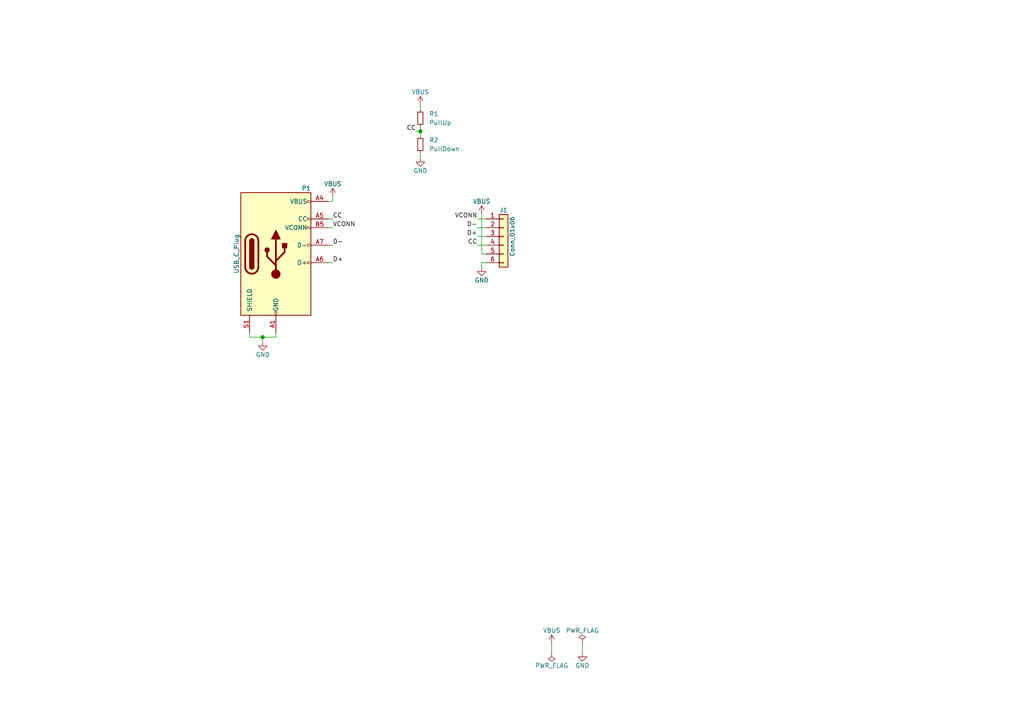
<source format=kicad_sch>
(kicad_sch (version 20200827) (generator eeschema)
  (page 1 1)
  (paper "A4")
  (lib_symbols
    (symbol "Connector:USB_C_Plug_USB2.0" (pin_names (offset 1.016))
      (property "Reference" "P" (at -10.16 19.05 0))
      (property "Value" "USB_C_Plug_USB2.0" (at 12.7 19.05 0))
      (symbol "USB_C_Plug_USB2.0_0_1"
        (arc (start -8.89 -3.81) (end -5.08 -3.81) (radius (at -6.985 -3.81) (length 1.905) (angles -179.9 -0.1)) (stroke (width 0.508)))
        (arc (start -7.62 -3.81) (end -6.35 -3.81) (radius (at -6.985 -3.81) (length 0.635) (angles -179.9 -0.1)) (stroke (width 0.254)))
        (arc (start -7.62 -3.81) (end -6.35 -3.81) (radius (at -6.985 -3.81) (length 0.635) (angles -179.9 -0.1)) (stroke (width 0.254)) (fill (type outline)))
        (arc (start -6.35 3.81) (end -7.62 3.81) (radius (at -6.985 3.81) (length 0.635) (angles 0.1 179.9)) (stroke (width 0.254)) (fill (type outline)))
        (arc (start -6.35 3.81) (end -7.62 3.81) (radius (at -6.985 3.81) (length 0.635) (angles 0.1 179.9)) (stroke (width 0.254)))
        (arc (start -5.08 3.81) (end -8.89 3.81) (radius (at -6.985 3.81) (length 1.905) (angles 0.1 179.9)) (stroke (width 0.508)))
        (circle (center -2.54 1.143) (radius 0.635) (stroke (width 0.254)) (fill (type outline)))
        (circle (center 0 -5.842) (radius 1.27) (fill (type outline)))
        (rectangle (start -10.16 17.78) (end 10.16 -17.78) (stroke (width 0.254)) (fill (type background)))
        (rectangle (start -7.62 -3.81) (end -6.35 3.81) (stroke (width 0.254)) (fill (type outline)))
        (rectangle (start 1.905 1.778) (end 3.175 3.048) (stroke (width 0.254)) (fill (type outline)))
        (polyline (pts (xy -8.89 -3.81) (xy -8.89 3.81)) (stroke (width 0.508)))
        (polyline (pts (xy -5.08 3.81) (xy -5.08 -3.81)) (stroke (width 0.508)))
        (polyline (pts (xy 0 -5.842) (xy 0 4.318)) (stroke (width 0.508)))
        (polyline (pts (xy 0 -3.302) (xy -2.54 -0.762) (xy -2.54 0.508)) (stroke (width 0.508)))
        (polyline (pts (xy 0 -2.032) (xy 2.54 0.508) (xy 2.54 1.778)) (stroke (width 0.508)))
        (polyline (pts (xy -1.27 4.318) (xy 0 6.858) (xy 1.27 4.318) (xy -1.27 4.318)) (stroke (width 0.254)) (fill (type outline)))
      )
      (symbol "USB_C_Plug_USB2.0_0_0"
        (rectangle (start -0.254 -17.78) (end 0.254 -16.764))
        (rectangle (start 10.16 -2.286) (end 9.144 -2.794))
        (rectangle (start 10.16 2.794) (end 9.144 2.286))
        (rectangle (start 10.16 7.874) (end 9.144 7.366))
        (rectangle (start 10.16 10.414) (end 9.144 9.906))
        (rectangle (start 10.16 15.494) (end 9.144 14.986))
      )
      (symbol "USB_C_Plug_USB2.0_1_1"
        (pin power_in line (at 0 -22.86 90) (length 5.08) (name "GND") (number "A1"))
        (pin passive line (at 0 -22.86 90) (length 5.08) hide (name "GND") (number "A12"))
        (pin power_in line (at 15.24 15.24 180) (length 5.08) (name "VBUS") (number "A4"))
        (pin bidirectional line (at 15.24 10.16 180) (length 5.08) (name "CC") (number "A5"))
        (pin bidirectional line (at 15.24 -2.54 180) (length 5.08) (name "D+") (number "A6"))
        (pin bidirectional line (at 15.24 2.54 180) (length 5.08) (name "D-") (number "A7"))
        (pin passive line (at 15.24 15.24 180) (length 5.08) hide (name "VBUS") (number "A9"))
        (pin passive line (at 0 -22.86 90) (length 5.08) hide (name "GND") (number "B1"))
        (pin passive line (at 0 -22.86 90) (length 5.08) hide (name "GND") (number "B12"))
        (pin passive line (at 15.24 15.24 180) (length 5.08) hide (name "VBUS") (number "B4"))
        (pin bidirectional line (at 15.24 7.62 180) (length 5.08) (name "VCONN") (number "B5"))
        (pin passive line (at 15.24 15.24 180) (length 5.08) hide (name "VBUS") (number "B9"))
        (pin passive line (at -7.62 -22.86 90) (length 5.08) (name "SHIELD") (number "S1"))
      )
    )
    (symbol "Connector_Generic:Conn_01x06" (pin_names (offset 1.016) hide)
      (property "Reference" "J" (at 0 7.62 0))
      (property "Value" "Conn_01x06" (at 0 -10.16 0))
      (symbol "Conn_01x06_1_1"
        (rectangle (start -1.27 -4.953) (end 0 -5.207) (stroke (width 0.1524)))
        (rectangle (start -1.27 -7.493) (end 0 -7.747) (stroke (width 0.1524)))
        (rectangle (start -1.27 -2.413) (end 0 -2.667) (stroke (width 0.1524)))
        (rectangle (start -1.27 2.667) (end 0 2.413) (stroke (width 0.1524)))
        (rectangle (start -1.27 5.207) (end 0 4.953) (stroke (width 0.1524)))
        (rectangle (start -1.27 6.35) (end 1.27 -8.89) (stroke (width 0.254)) (fill (type background)))
        (rectangle (start -1.27 0.127) (end 0 -0.127) (stroke (width 0.1524)))
        (pin passive line (at -5.08 5.08 0) (length 3.81) (name "Pin_1") (number "1"))
        (pin passive line (at -5.08 2.54 0) (length 3.81) (name "Pin_2") (number "2"))
        (pin passive line (at -5.08 0 0) (length 3.81) (name "Pin_3") (number "3"))
        (pin passive line (at -5.08 -2.54 0) (length 3.81) (name "Pin_4") (number "4"))
        (pin passive line (at -5.08 -5.08 0) (length 3.81) (name "Pin_5") (number "5"))
        (pin passive line (at -5.08 -7.62 0) (length 3.81) (name "Pin_6") (number "6"))
      )
    )
    (symbol "Device:R_Small" (pin_numbers hide) (pin_names (offset 0.254) hide)
      (property "Reference" "R" (at 0.762 0.508 0))
      (property "Value" "R_Small" (at 0.762 -1.016 0))
      (symbol "R_Small_0_1"
        (rectangle (start -0.762 1.778) (end 0.762 -1.778) (stroke (width 0.2032)))
      )
      (symbol "R_Small_1_1"
        (pin passive line (at 0 2.54 270) (length 0.762) (name "~") (number "1"))
        (pin passive line (at 0 -2.54 90) (length 0.762) (name "~") (number "2"))
      )
    )
    (symbol "power:GND" (power) (pin_names (offset 0))
      (property "Value" "GND" (at 0 -3.81 0))
      (symbol "GND_0_1"
        (polyline (pts (xy 0 0) (xy 0 -1.27) (xy 1.27 -1.27) (xy 0 -2.54) (xy -1.27 -1.27) (xy 0 -1.27)))
      )
      (symbol "GND_1_1"
        (pin power_in line (at 0 0 270) (length 0) hide (name "GND") (number "1"))
      )
    )
    (symbol "power:PWR_FLAG" (power) (pin_numbers hide) (pin_names (offset 0) hide)
      (property "Value" "PWR_FLAG" (at 0 3.81 0))
      (symbol "PWR_FLAG_0_1"
        (polyline (pts (xy 0 0) (xy 0 1.27) (xy -1.016 1.905) (xy 0 2.54) (xy 1.016 1.905) (xy 0 1.27)))
      )
      (symbol "PWR_FLAG_0_0"
        (pin power_out line (at 0 0 90) (length 0) (name "pwr") (number "1"))
      )
    )
    (symbol "power:VBUS" (power) (pin_names (offset 0))
      (property "Value" "VBUS" (at 0 3.81 0))
      (symbol "VBUS_0_1"
        (polyline (pts (xy -0.762 1.27) (xy 0 2.54)))
        (polyline (pts (xy 0 0) (xy 0 2.54)))
        (polyline (pts (xy 0 2.54) (xy 0.762 1.27)))
      )
      (symbol "VBUS_1_1"
        (pin power_in line (at 0 0 90) (length 0) hide (name "VBUS") (number "1"))
      )
    )
  )
  (junction (at 76.2 97.79) (diameter 1.016))
  (junction (at 121.92 38.1) (diameter 1.016))
  (wire (pts (xy 72.39 97.79) (xy 72.39 96.52)))
  (wire (pts (xy 72.39 97.79) (xy 76.2 97.79)))
  (wire (pts (xy 76.2 97.79) (xy 76.2 99.06)))
  (wire (pts (xy 76.2 97.79) (xy 80.01 97.79)))
  (wire (pts (xy 80.01 96.52) (xy 80.01 97.79)))
  (wire (pts (xy 95.25 58.42) (xy 96.52 58.42)))
  (wire (pts (xy 95.25 63.5) (xy 96.52 63.5)))
  (wire (pts (xy 95.25 66.04) (xy 96.52 66.04)))
  (wire (pts (xy 95.25 71.12) (xy 96.52 71.12)))
  (wire (pts (xy 95.25 76.2) (xy 96.52 76.2)))
  (wire (pts (xy 96.52 58.42) (xy 96.52 57.15)))
  (wire (pts (xy 120.65 38.1) (xy 121.92 38.1)))
  (wire (pts (xy 121.92 30.48) (xy 121.92 31.75)))
  (wire (pts (xy 121.92 36.83) (xy 121.92 38.1)))
  (wire (pts (xy 121.92 38.1) (xy 121.92 39.37)))
  (wire (pts (xy 121.92 44.45) (xy 121.92 45.72)))
  (wire (pts (xy 138.43 63.5) (xy 140.97 63.5)))
  (wire (pts (xy 138.43 66.04) (xy 140.97 66.04)))
  (wire (pts (xy 138.43 68.58) (xy 140.97 68.58)))
  (wire (pts (xy 138.43 71.12) (xy 140.97 71.12)))
  (wire (pts (xy 139.7 73.66) (xy 139.7 62.23)))
  (wire (pts (xy 139.7 73.66) (xy 140.97 73.66)))
  (wire (pts (xy 139.7 76.2) (xy 139.7 77.47)))
  (wire (pts (xy 139.7 76.2) (xy 140.97 76.2)))
  (wire (pts (xy 160.02 186.69) (xy 160.02 189.23)))
  (wire (pts (xy 168.91 186.69) (xy 168.91 189.23)))
  (label "CC" (at 96.52 63.5 0))
  (label "VCONN" (at 96.52 66.04 0))
  (label "D-" (at 96.52 71.12 0))
  (label "D+" (at 96.52 76.2 0))
  (label "CC" (at 120.65 38.1 180))
  (label "VCONN" (at 138.43 63.5 180))
  (label "D-" (at 138.43 66.04 180))
  (label "D+" (at 138.43 68.58 180))
  (label "CC" (at 138.43 71.12 180))
  (symbol (lib_id "power:PWR_FLAG") (at 160.02 189.23 180) (unit 1)
    (property "Reference" "#FLG0102" (effects hide))
    (property "Value" "PWR_FLAG" (at 160.02 193.04 0))
  )
  (symbol (lib_id "power:PWR_FLAG") (at 168.91 186.69 0) (unit 1)
    (property "Reference" "#FLG0101" (effects hide))
    (property "Value" "PWR_FLAG" (at 168.91 182.88 0))
  )
  (symbol (lib_id "power:VBUS") (at 96.52 57.15 0) (unit 1)
    (property "Reference" "#PWR0101" (effects hide))
    (property "Value" "VBUS" (at 96.52 53.34 0))
  )
  (symbol (lib_id "power:VBUS") (at 121.92 30.48 0) (unit 1)
    (property "Reference" "#PWR0104" (effects hide))
    (property "Value" "VBUS" (at 121.92 26.67 0))
  )
  (symbol (lib_id "power:VBUS") (at 139.7 62.23 0) (unit 1)
    (property "Reference" "#PWR0105" (effects hide))
    (property "Value" "VBUS" (at 139.7 58.42 0))
  )
  (symbol (lib_id "power:VBUS") (at 160.02 186.69 0) (unit 1)
    (property "Reference" "#PWR0108" (effects hide))
    (property "Value" "VBUS" (at 160.02 182.88 0))
  )
  (symbol (lib_id "power:GND") (at 76.2 99.06 0) (unit 1)
    (property "Reference" "#PWR0102" (effects hide))
    (property "Value" "GND" (at 76.2 102.87 0))
  )
  (symbol (lib_id "power:GND") (at 121.92 45.72 0) (unit 1)
    (property "Reference" "#PWR0106" (effects hide))
    (property "Value" "GND" (at 121.92 49.53 0))
  )
  (symbol (lib_id "power:GND") (at 139.7 77.47 0) (unit 1)
    (property "Reference" "#PWR0103" (effects hide))
    (property "Value" "GND" (at 139.7 81.28 0))
  )
  (symbol (lib_id "power:GND") (at 168.91 189.23 0) (unit 1)
    (property "Reference" "#PWR0107" (effects hide))
    (property "Value" "GND" (at 168.91 193.04 0))
  )
  (symbol (lib_id "Device:R_Small") (at 121.92 34.29 0) (unit 1)
    (property "Reference" "R1" (at 124.46 33.02 0) (effects (justify left)))
    (property "Value" "PullUp" (at 124.46 35.56 0) (effects (justify left)))
    (property "Footprint" "Resistor_SMD:R_0603_1608Metric" (effects hide))
  )
  (symbol (lib_id "Device:R_Small") (at 121.92 41.91 0) (unit 1)
    (property "Reference" "R2" (at 124.46 40.64 0) (effects (justify left)))
    (property "Value" "PullDown" (at 124.46 43.18 0) (effects (justify left)))
    (property "Footprint" "Resistor_SMD:R_0603_1608Metric" (effects hide))
  )
  (symbol (lib_id "Connector_Generic:Conn_01x06") (at 146.05 68.58 0) (unit 1)
    (property "Reference" "J1" (at 146.05 60.96 0))
    (property "Value" "Conn_01x06" (at 148.59 68.58 90))
    (property "Footprint" "Connector_PinHeader_2.54mm:PinHeader_1x06_P2.54mm_Vertical" (effects hide))
  )
  (symbol (lib_id "Connector:USB_C_Plug_USB2.0") (at 80.01 73.66 0) (unit 1)
    (property "Reference" "P1" (at 90.17 54.61 0) (effects (justify right)))
    (property "Value" "USB_C_Plug" (at 68.58 73.66 90))
    (property "Footprint" "Connector_USB_Extra:USB_C_Plug_UTC009-C12" (effects hide))
    (property "Datasheet" "https://www.usb.org/sites/default/files/documents/usb_type-c.zip" (effects hide))
  )
)
</source>
